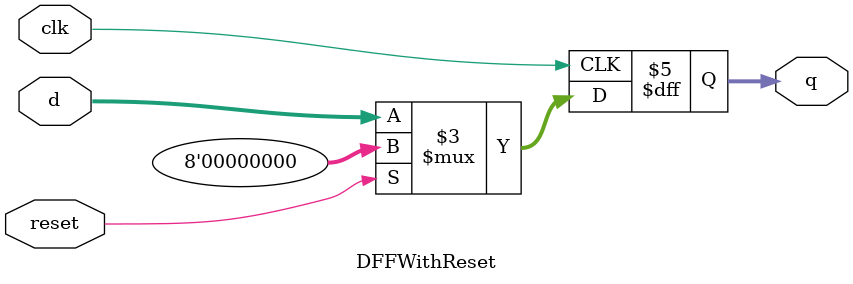
<source format=v>


module DFFWithReset
(
  input clk,
  input reset,
  input [7:0] d,
  output [7:0] q
);


  always @(posedge clk) begin
    if(reset) q <= 0; 
    else q <= d;
  end


endmodule


</source>
